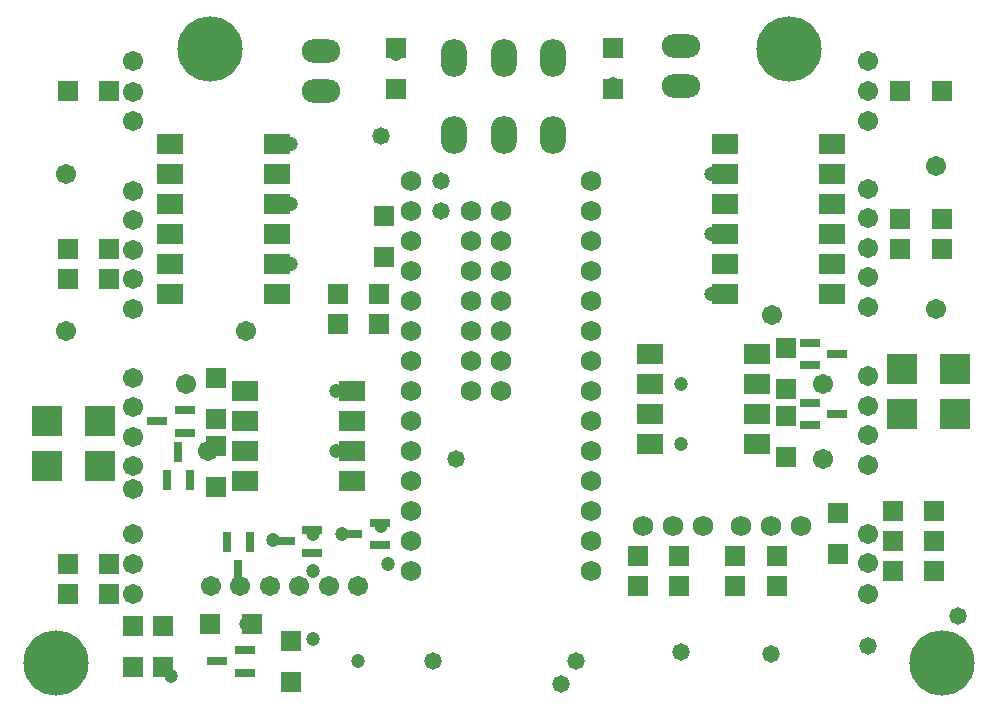
<source format=gbs>
G04 Layer_Color=16711935*
%FSLAX25Y25*%
%MOIN*%
G70*
G01*
G75*
%ADD34R,0.06706X0.06706*%
%ADD35R,0.06706X0.06706*%
%ADD37O,0.12800X0.07800*%
%ADD38C,0.06706*%
%ADD39C,0.21745*%
%ADD40C,0.06800*%
%ADD41O,0.08674X0.12611*%
%ADD42C,0.05800*%
%ADD43C,0.04737*%
%ADD44R,0.06509X0.03162*%
%ADD45R,0.03162X0.06509*%
%ADD46R,0.09855X0.09855*%
%ADD47R,0.09068X0.06706*%
D34*
X119390Y125000D02*
D03*
X105610D02*
D03*
X119390Y135000D02*
D03*
X105610D02*
D03*
X29390Y35000D02*
D03*
X15610D02*
D03*
X29390Y45000D02*
D03*
X15610D02*
D03*
X290610Y52500D02*
D03*
X304390D02*
D03*
X290610Y42500D02*
D03*
X304390D02*
D03*
X219390Y47500D02*
D03*
X205610D02*
D03*
X251890D02*
D03*
X238110D02*
D03*
X205610Y37500D02*
D03*
X219390D02*
D03*
X238110D02*
D03*
X251890D02*
D03*
X15610Y202500D02*
D03*
X29390D02*
D03*
X306890D02*
D03*
X293110D02*
D03*
X304390Y62500D02*
D03*
X290610D02*
D03*
X15610Y140000D02*
D03*
X29390D02*
D03*
X15610Y150000D02*
D03*
X29390D02*
D03*
X306890Y160000D02*
D03*
X293110D02*
D03*
X306890Y150000D02*
D03*
X293110D02*
D03*
X63110Y25000D02*
D03*
X76890D02*
D03*
D35*
X121000Y147110D02*
D03*
Y160890D02*
D03*
X125000Y203110D02*
D03*
Y216890D02*
D03*
X197500D02*
D03*
Y203110D02*
D03*
X37500Y10610D02*
D03*
Y24390D02*
D03*
X47500Y10610D02*
D03*
Y24390D02*
D03*
X65000Y84390D02*
D03*
Y70610D02*
D03*
Y106890D02*
D03*
Y93110D02*
D03*
X255000Y103110D02*
D03*
Y116890D02*
D03*
X272500Y61890D02*
D03*
Y48110D02*
D03*
X255000Y80610D02*
D03*
Y94390D02*
D03*
X90000Y5610D02*
D03*
Y19390D02*
D03*
D37*
X100000Y202500D02*
D03*
Y215886D02*
D03*
X220000Y217500D02*
D03*
Y204114D02*
D03*
D38*
X282500Y45158D02*
D03*
Y55000D02*
D03*
Y35000D02*
D03*
X73130Y37500D02*
D03*
X82972D02*
D03*
X92815D02*
D03*
X112500D02*
D03*
X102657D02*
D03*
X63287D02*
D03*
X37500Y87343D02*
D03*
Y77500D02*
D03*
Y97185D02*
D03*
Y107028D02*
D03*
X282500Y97658D02*
D03*
Y107500D02*
D03*
Y87815D02*
D03*
Y77972D02*
D03*
X37500Y202343D02*
D03*
Y192500D02*
D03*
Y212500D02*
D03*
Y139842D02*
D03*
Y130000D02*
D03*
Y149685D02*
D03*
Y159528D02*
D03*
Y169370D02*
D03*
X282500Y202658D02*
D03*
Y212500D02*
D03*
Y192500D02*
D03*
Y160158D02*
D03*
Y170000D02*
D03*
Y150315D02*
D03*
Y140472D02*
D03*
Y130630D02*
D03*
X37500Y44842D02*
D03*
Y35000D02*
D03*
Y55000D02*
D03*
X62500Y82500D02*
D03*
X37500Y70000D02*
D03*
X267500Y105000D02*
D03*
X75000Y122500D02*
D03*
X250500Y128000D02*
D03*
X15000Y122500D02*
D03*
Y175000D02*
D03*
X305000Y130000D02*
D03*
Y177500D02*
D03*
X267500Y80000D02*
D03*
X55000Y105000D02*
D03*
D39*
X11811Y11811D02*
D03*
X307087D02*
D03*
X62992Y216535D02*
D03*
X255906D02*
D03*
D40*
X207500Y57500D02*
D03*
X217500D02*
D03*
X227500D02*
D03*
X240000D02*
D03*
X250000D02*
D03*
X260000D02*
D03*
X190000Y52500D02*
D03*
Y62500D02*
D03*
Y72500D02*
D03*
Y82500D02*
D03*
Y92500D02*
D03*
Y102500D02*
D03*
Y112500D02*
D03*
Y122500D02*
D03*
Y132500D02*
D03*
Y142500D02*
D03*
Y152500D02*
D03*
Y162500D02*
D03*
Y172500D02*
D03*
X130000D02*
D03*
Y162500D02*
D03*
Y152500D02*
D03*
Y142500D02*
D03*
Y132500D02*
D03*
Y122500D02*
D03*
Y112500D02*
D03*
Y102500D02*
D03*
Y92500D02*
D03*
Y82500D02*
D03*
Y72500D02*
D03*
X160000Y122500D02*
D03*
Y132500D02*
D03*
Y142500D02*
D03*
Y152500D02*
D03*
Y162500D02*
D03*
X150000D02*
D03*
Y152500D02*
D03*
Y142500D02*
D03*
Y132500D02*
D03*
Y122500D02*
D03*
X160000Y102500D02*
D03*
X150000D02*
D03*
Y112500D02*
D03*
X160000D02*
D03*
X130000Y62500D02*
D03*
Y52500D02*
D03*
Y42500D02*
D03*
X190000D02*
D03*
D41*
X144429Y213622D02*
D03*
X160965D02*
D03*
X177500D02*
D03*
X144429Y188031D02*
D03*
X160965D02*
D03*
X177500D02*
D03*
D42*
X282500Y17500D02*
D03*
X180000Y5000D02*
D03*
X250000Y15000D02*
D03*
X140000Y162500D02*
D03*
Y172500D02*
D03*
X120000Y187500D02*
D03*
X185000Y12500D02*
D03*
X220000Y15500D02*
D03*
X145000Y80000D02*
D03*
X312500Y27500D02*
D03*
X137500Y12500D02*
D03*
D43*
X50000Y7500D02*
D03*
X220000Y105000D02*
D03*
Y85000D02*
D03*
X97500Y20000D02*
D03*
Y55000D02*
D03*
Y42500D02*
D03*
X122500Y45000D02*
D03*
X120000Y57500D02*
D03*
X197500Y205000D02*
D03*
X125000Y215000D02*
D03*
X112500Y12500D02*
D03*
X75000Y25000D02*
D03*
X105000Y82500D02*
D03*
Y102500D02*
D03*
X90000Y145000D02*
D03*
Y165000D02*
D03*
Y185000D02*
D03*
X230000Y175000D02*
D03*
Y155000D02*
D03*
Y135000D02*
D03*
X107000Y55000D02*
D03*
X84000Y53000D02*
D03*
D44*
X65374Y12500D02*
D03*
X74626Y8760D02*
D03*
Y16240D02*
D03*
X87874Y52500D02*
D03*
X97126Y48760D02*
D03*
Y56240D02*
D03*
X110374Y55000D02*
D03*
X119626Y51260D02*
D03*
Y58740D02*
D03*
X45374Y92500D02*
D03*
X54626Y88760D02*
D03*
Y96240D02*
D03*
X272126Y115000D02*
D03*
X262874Y118740D02*
D03*
Y111260D02*
D03*
X272126Y95000D02*
D03*
X262874Y98740D02*
D03*
Y91260D02*
D03*
D45*
X72500Y42874D02*
D03*
X76240Y52126D02*
D03*
X68760D02*
D03*
X52500Y82126D02*
D03*
X48760Y72874D02*
D03*
X56240D02*
D03*
D46*
X26358Y77500D02*
D03*
X8642D02*
D03*
X26358Y92500D02*
D03*
X8642D02*
D03*
X293642Y110000D02*
D03*
X311358D02*
D03*
X293642Y95000D02*
D03*
X311358D02*
D03*
D47*
X49587Y185000D02*
D03*
Y175000D02*
D03*
X85413D02*
D03*
Y185000D02*
D03*
X270413Y175000D02*
D03*
Y185000D02*
D03*
X234587D02*
D03*
Y175000D02*
D03*
X74587Y82500D02*
D03*
Y72500D02*
D03*
X110413D02*
D03*
Y82500D02*
D03*
X74587Y102500D02*
D03*
Y92500D02*
D03*
X110413D02*
D03*
Y102500D02*
D03*
X245413Y105000D02*
D03*
Y115000D02*
D03*
X209587D02*
D03*
Y105000D02*
D03*
X245413Y85000D02*
D03*
Y95000D02*
D03*
X209587D02*
D03*
Y85000D02*
D03*
X49587Y145000D02*
D03*
Y135000D02*
D03*
X85413D02*
D03*
Y145000D02*
D03*
X49587Y165000D02*
D03*
Y155000D02*
D03*
X85413D02*
D03*
Y165000D02*
D03*
X270413Y155000D02*
D03*
Y165000D02*
D03*
X234587D02*
D03*
Y155000D02*
D03*
X270413Y135000D02*
D03*
Y145000D02*
D03*
X234587D02*
D03*
Y135000D02*
D03*
M02*

</source>
